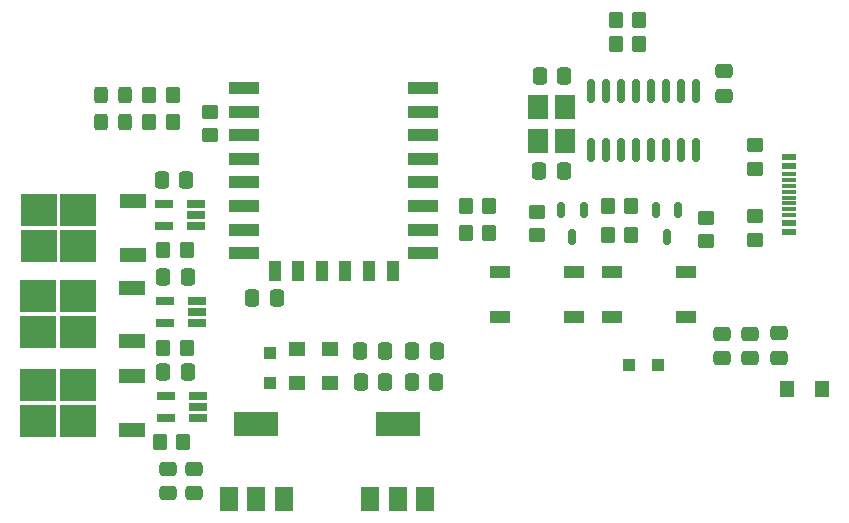
<source format=gtp>
%TF.GenerationSoftware,KiCad,Pcbnew,7.0.6-1.fc37*%
%TF.CreationDate,2023-08-13T21:26:50-07:00*%
%TF.ProjectId,iot_led_strip_pcb,696f745f-6c65-4645-9f73-747269705f70,rev?*%
%TF.SameCoordinates,Original*%
%TF.FileFunction,Paste,Top*%
%TF.FilePolarity,Positive*%
%FSLAX46Y46*%
G04 Gerber Fmt 4.6, Leading zero omitted, Abs format (unit mm)*
G04 Created by KiCad (PCBNEW 7.0.6-1.fc37) date 2023-08-13 21:26:50*
%MOMM*%
%LPD*%
G01*
G04 APERTURE LIST*
G04 Aperture macros list*
%AMRoundRect*
0 Rectangle with rounded corners*
0 $1 Rounding radius*
0 $2 $3 $4 $5 $6 $7 $8 $9 X,Y pos of 4 corners*
0 Add a 4 corners polygon primitive as box body*
4,1,4,$2,$3,$4,$5,$6,$7,$8,$9,$2,$3,0*
0 Add four circle primitives for the rounded corners*
1,1,$1+$1,$2,$3*
1,1,$1+$1,$4,$5*
1,1,$1+$1,$6,$7*
1,1,$1+$1,$8,$9*
0 Add four rect primitives between the rounded corners*
20,1,$1+$1,$2,$3,$4,$5,0*
20,1,$1+$1,$4,$5,$6,$7,0*
20,1,$1+$1,$6,$7,$8,$9,0*
20,1,$1+$1,$8,$9,$2,$3,0*%
G04 Aperture macros list end*
%ADD10R,1.560000X0.650000*%
%ADD11RoundRect,0.250000X0.350000X0.450000X-0.350000X0.450000X-0.350000X-0.450000X0.350000X-0.450000X0*%
%ADD12RoundRect,0.250000X-0.350000X-0.450000X0.350000X-0.450000X0.350000X0.450000X-0.350000X0.450000X0*%
%ADD13RoundRect,0.250000X0.337500X0.475000X-0.337500X0.475000X-0.337500X-0.475000X0.337500X-0.475000X0*%
%ADD14R,1.400000X1.300000*%
%ADD15RoundRect,0.250000X-0.475000X0.337500X-0.475000X-0.337500X0.475000X-0.337500X0.475000X0.337500X0*%
%ADD16RoundRect,0.250000X0.475000X-0.337500X0.475000X0.337500X-0.475000X0.337500X-0.475000X-0.337500X0*%
%ADD17R,1.700000X1.000000*%
%ADD18RoundRect,0.250000X-0.325000X-0.450000X0.325000X-0.450000X0.325000X0.450000X-0.325000X0.450000X0*%
%ADD19RoundRect,0.150000X-0.150000X0.512500X-0.150000X-0.512500X0.150000X-0.512500X0.150000X0.512500X0*%
%ADD20R,3.050000X2.750000*%
%ADD21R,2.200000X1.200000*%
%ADD22R,2.500000X1.000000*%
%ADD23R,1.000000X1.800000*%
%ADD24R,1.800000X2.100000*%
%ADD25RoundRect,0.250000X0.450000X-0.350000X0.450000X0.350000X-0.450000X0.350000X-0.450000X-0.350000X0*%
%ADD26RoundRect,0.150000X-0.150000X0.825000X-0.150000X-0.825000X0.150000X-0.825000X0.150000X0.825000X0*%
%ADD27R,1.000000X1.000000*%
%ADD28RoundRect,0.250000X-0.337500X-0.475000X0.337500X-0.475000X0.337500X0.475000X-0.337500X0.475000X0*%
%ADD29R,1.500000X2.000000*%
%ADD30R,3.800000X2.000000*%
%ADD31RoundRect,0.250000X-0.450000X0.350000X-0.450000X-0.350000X0.450000X-0.350000X0.450000X0.350000X0*%
%ADD32R,1.300000X1.400000*%
%ADD33R,1.240005X0.600000*%
%ADD34R,1.240005X0.300000*%
G04 APERTURE END LIST*
D10*
%TO.C,U8*%
X57250000Y-80450000D03*
X57250000Y-79500000D03*
X57250000Y-78550000D03*
X54550000Y-78550000D03*
X54550000Y-80450000D03*
%TD*%
D11*
%TO.C,R9*%
X94800000Y-63000000D03*
X92800000Y-63000000D03*
%TD*%
D12*
%TO.C,R12*%
X53300000Y-69300000D03*
X55300000Y-69300000D03*
%TD*%
%TO.C,R13*%
X53300000Y-71600000D03*
X55300000Y-71600000D03*
%TD*%
D13*
%TO.C,C16*%
X73300000Y-93600000D03*
X71225000Y-93600000D03*
%TD*%
%TO.C,C3*%
X88437500Y-75746800D03*
X86362500Y-75746800D03*
%TD*%
D14*
%TO.C,D5*%
X65860970Y-93731250D03*
X65860970Y-90831250D03*
%TD*%
D15*
%TO.C,C1*%
X102000000Y-67325000D03*
X102000000Y-69400000D03*
%TD*%
D11*
%TO.C,R8*%
X94800000Y-65000000D03*
X92800000Y-65000000D03*
%TD*%
D13*
%TO.C,C14*%
X56437500Y-76500000D03*
X54362500Y-76500000D03*
%TD*%
D16*
%TO.C,C10*%
X54900000Y-103037500D03*
X54900000Y-100962500D03*
%TD*%
D17*
%TO.C,SW1*%
X89300000Y-88100000D03*
X83000000Y-88100000D03*
X89300000Y-84300000D03*
X83000000Y-84300000D03*
%TD*%
D11*
%TO.C,R7*%
X82100000Y-81000000D03*
X80100000Y-81000000D03*
%TD*%
D18*
%TO.C,D3*%
X49250000Y-69300000D03*
X51300000Y-69300000D03*
%TD*%
D10*
%TO.C,U7*%
X57450000Y-96700000D03*
X57450000Y-95750000D03*
X57450000Y-94800000D03*
X54750000Y-94800000D03*
X54750000Y-96700000D03*
%TD*%
D11*
%TO.C,R16*%
X56500000Y-82400000D03*
X54500000Y-82400000D03*
%TD*%
D19*
%TO.C,Q1*%
X90100000Y-79062500D03*
X88200000Y-79062500D03*
X89150000Y-81337500D03*
%TD*%
D16*
%TO.C,C15*%
X106600000Y-91575000D03*
X106600000Y-89500000D03*
%TD*%
D13*
%TO.C,C13*%
X56600000Y-92800000D03*
X54525000Y-92800000D03*
%TD*%
D20*
%TO.C,Q5*%
X47300000Y-82100000D03*
X47300000Y-79050000D03*
X43950000Y-82100000D03*
X43950000Y-79050000D03*
D21*
X51925000Y-82855000D03*
X51925000Y-78295000D03*
%TD*%
D11*
%TO.C,R14*%
X56500000Y-90700000D03*
X54500000Y-90700000D03*
%TD*%
D22*
%TO.C,U3*%
X61332500Y-68724500D03*
X61332500Y-70724500D03*
X61332500Y-72724500D03*
X61332500Y-74724500D03*
X61332500Y-76724500D03*
X61332500Y-78724500D03*
X61332500Y-80724500D03*
X61332500Y-82724500D03*
D23*
X63932500Y-84224500D03*
X65932500Y-84224500D03*
X67932500Y-84224500D03*
X69932500Y-84224500D03*
X71932500Y-84224500D03*
X73932500Y-84224500D03*
D22*
X76532500Y-82724500D03*
X76532500Y-80724500D03*
X76532500Y-78724500D03*
X76532500Y-76724500D03*
X76532500Y-74724500D03*
X76532500Y-72724500D03*
X76532500Y-70724500D03*
X76532500Y-68724500D03*
%TD*%
D14*
%TO.C,D6*%
X68662500Y-93731250D03*
X68662500Y-90831250D03*
%TD*%
D24*
%TO.C,Y1*%
X86250000Y-70296800D03*
X86250000Y-73196800D03*
X88550000Y-73196800D03*
X88550000Y-70296800D03*
%TD*%
D25*
%TO.C,R3*%
X104644881Y-75555117D03*
X104644881Y-73555117D03*
%TD*%
D26*
%TO.C,U1*%
X99620000Y-69000000D03*
X98350000Y-69000000D03*
X97080000Y-69000000D03*
X95810000Y-69000000D03*
X94540000Y-69000000D03*
X93270000Y-69000000D03*
X92000000Y-69000000D03*
X90730000Y-69000000D03*
X90730000Y-73950000D03*
X92000000Y-73950000D03*
X93270000Y-73950000D03*
X94540000Y-73950000D03*
X95810000Y-73950000D03*
X97080000Y-73950000D03*
X98350000Y-73950000D03*
X99620000Y-73950000D03*
%TD*%
D16*
%TO.C,C5*%
X101800000Y-91600000D03*
X101800000Y-89525000D03*
%TD*%
D27*
%TO.C,D7*%
X96400000Y-92200000D03*
X93900000Y-92200000D03*
%TD*%
D13*
%TO.C,C7*%
X73262500Y-91000000D03*
X71187500Y-91000000D03*
%TD*%
D10*
%TO.C,U6*%
X57350000Y-88650000D03*
X57350000Y-87700000D03*
X57350000Y-86750000D03*
X54650000Y-86750000D03*
X54650000Y-88650000D03*
%TD*%
D28*
%TO.C,C4*%
X62062500Y-86500000D03*
X64137500Y-86500000D03*
%TD*%
D25*
%TO.C,R11*%
X100450000Y-81700000D03*
X100450000Y-79700000D03*
%TD*%
D29*
%TO.C,U4*%
X72050000Y-103500000D03*
X74350000Y-103500000D03*
D30*
X74350000Y-97200000D03*
D29*
X76650000Y-103500000D03*
%TD*%
D11*
%TO.C,R2*%
X94150000Y-81200000D03*
X92150000Y-81200000D03*
%TD*%
D18*
%TO.C,D1*%
X49250000Y-71600000D03*
X51300000Y-71600000D03*
%TD*%
D27*
%TO.C,D8*%
X63562500Y-91181250D03*
X63562500Y-93681250D03*
%TD*%
D13*
%TO.C,C12*%
X56600000Y-84700000D03*
X54525000Y-84700000D03*
%TD*%
D20*
%TO.C,Q4*%
X47275000Y-96925000D03*
X47275000Y-93875000D03*
X43925000Y-96925000D03*
X43925000Y-93875000D03*
D21*
X51900000Y-97680000D03*
X51900000Y-93120000D03*
%TD*%
D28*
%TO.C,C2*%
X86400000Y-67746800D03*
X88475000Y-67746800D03*
%TD*%
D16*
%TO.C,C11*%
X57102000Y-103037500D03*
X57102000Y-100962500D03*
%TD*%
D31*
%TO.C,R10*%
X86150000Y-79200000D03*
X86150000Y-81200000D03*
%TD*%
D16*
%TO.C,C6*%
X104200000Y-91600000D03*
X104200000Y-89525000D03*
%TD*%
D32*
%TO.C,D4*%
X110250000Y-94200000D03*
X107350000Y-94200000D03*
%TD*%
D17*
%TO.C,SW2*%
X98800000Y-88100000D03*
X92500000Y-88100000D03*
X98800000Y-84300000D03*
X92500000Y-84300000D03*
%TD*%
D28*
%TO.C,C8*%
X75550000Y-93600000D03*
X77625000Y-93600000D03*
%TD*%
D20*
%TO.C,Q3*%
X47275000Y-89425000D03*
X47275000Y-86375000D03*
X43925000Y-89425000D03*
X43925000Y-86375000D03*
D21*
X51900000Y-90180000D03*
X51900000Y-85620000D03*
%TD*%
D19*
%TO.C,Q2*%
X98100000Y-79062500D03*
X96200000Y-79062500D03*
X97150000Y-81337500D03*
%TD*%
D12*
%TO.C,R1*%
X92150000Y-78700000D03*
X94150000Y-78700000D03*
%TD*%
D28*
%TO.C,C9*%
X75587500Y-91000000D03*
X77662500Y-91000000D03*
%TD*%
D11*
%TO.C,R5*%
X82100000Y-78700000D03*
X80100000Y-78700000D03*
%TD*%
D33*
%TO.C,J1*%
X107500051Y-80949962D03*
X107500051Y-80150114D03*
D34*
X107500051Y-79000000D03*
X107500051Y-78000000D03*
X107500051Y-77500127D03*
X107500051Y-76500127D03*
D33*
X107500051Y-74550165D03*
X107500051Y-75350013D03*
D34*
X107500051Y-76000000D03*
X107500051Y-77000000D03*
X107500051Y-78500127D03*
X107500051Y-79500127D03*
%TD*%
D31*
%TO.C,R4*%
X104644881Y-79555117D03*
X104644881Y-81555117D03*
%TD*%
D11*
%TO.C,R15*%
X56200000Y-98700000D03*
X54200000Y-98700000D03*
%TD*%
D29*
%TO.C,U5*%
X60100000Y-103500000D03*
X62400000Y-103500000D03*
D30*
X62400000Y-97200000D03*
D29*
X64700000Y-103500000D03*
%TD*%
D31*
%TO.C,R6*%
X58432500Y-70724500D03*
X58432500Y-72724500D03*
%TD*%
M02*

</source>
